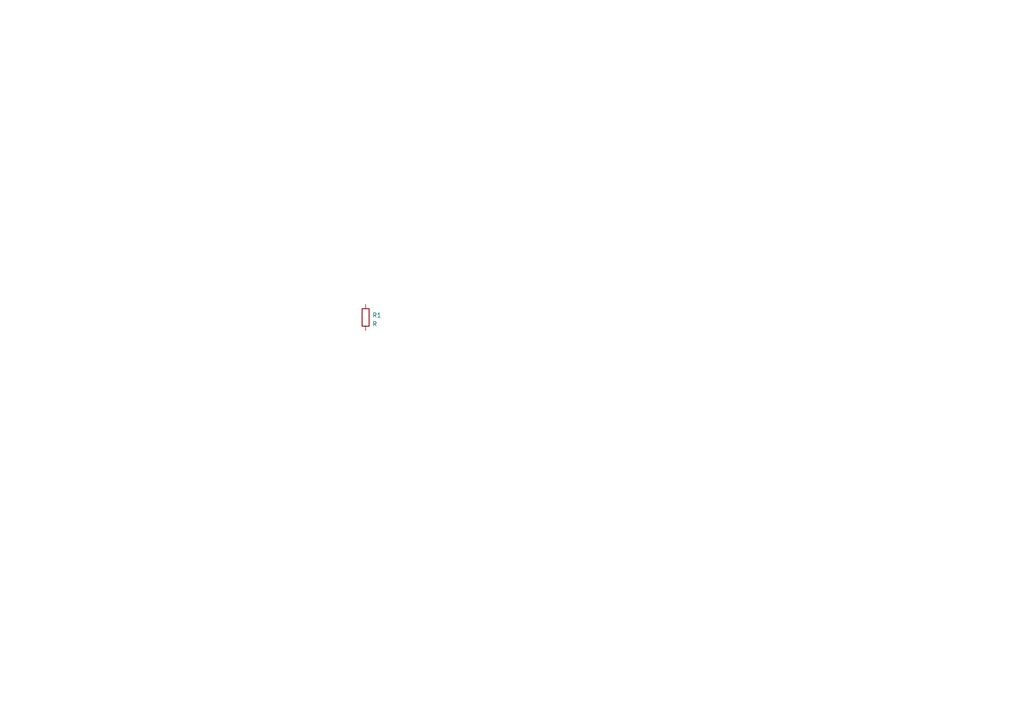
<source format=kicad_sch>
(kicad_sch (version 20230121) (generator eeschema)
  (paper "A4")
  (lib_symbols
    (symbol "Device:R" (pin_numbers hide) (pin_names (offset 0))
      (property "Reference" "R" (at 2.032 0 90))
      (property "Value" "R" (at 0 0 90))
      (symbol "R_0_1"
        (rectangle (start -1.016 -2.54) (end 1.016 2.54) (stroke (width 0.254)))
      )
      (symbol "R_1_1"
        (pin passive line (at 0 3.81 270) (length 1.27) (name "~") (number "1"))
        (pin passive line (at 0 -3.81 90) (length 1.27) (name "~") (number "2"))
      )
    )
  )
  (symbol (lib_id "Device:R") (at 106.045 92.075 0) (unit 1)
    (property "Reference" "R1" (at 107.95 91.44 0) (effects (justify left)))
    (property "Value" "R" (at 107.95 93.98 0) (effects (justify left)))
  )
)
</source>
